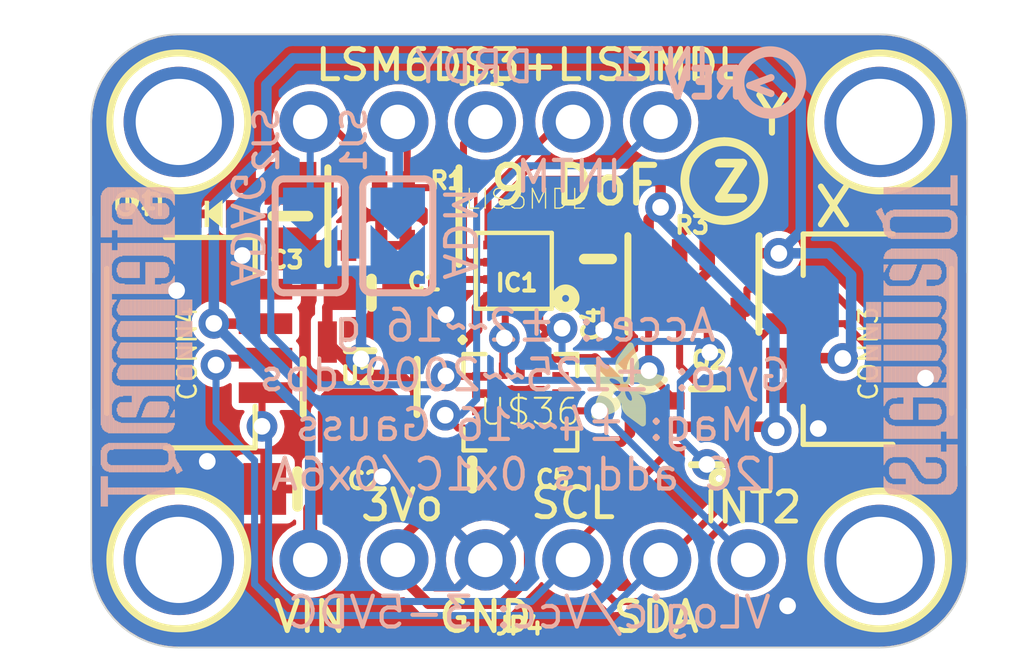
<source format=kicad_pcb>
(kicad_pcb (version 20211014) (generator pcbnew)
  (layers (0 "F.Cu" signal) (31 "B.Cu" signal) (34 "B.Paste" user) (35 "F.Paste" user) (36 "B.SilkS" user "B.Silkscreen") (37 "F.SilkS" user "F.Silkscreen") (38 "B.Mask" user) (39 "F.Mask" user) (44 "Edge.Cuts" user))
  (net 0 "")
  (net 1 "GND")
  (net 2 "3.3V")
  (net 3 "VCC")
  (net 4 "N$1")
  (net 5 "SDA_3V")
  (net 6 "SCL_3V")
  (net 7 "SCL")
  (net 8 "SDA")
  (net 9 "INTM")
  (net 10 "DRDY")
  (net 11 "CAP")
  (net 12 "INT1")
  (net 13 "ADM")
  (net 14 "ADAG")
  (net 15 "INT2")
  (footprint "eagleBoard:0603-NO" (layer "F.Cu") (at 146.8501 108.8771)
    (fp_text reference "C5")
    (fp_text value "1uF")
  )
  (footprint "eagleBoard:MOUNTINGHOLE_2.5_PLATED" (layer "F.Cu") (at 138.3411 111.3536)
    (fp_text reference "U$19" hide)
    (fp_text value "MOUNTINGHOLE2.5" hide)
  )
  (footprint "eagleBoard:MOUNTINGHOLE_2.5_PLATED" (layer "F.Cu") (at 138.3411 98.6536)
    (fp_text reference "U$1" hide)
    (fp_text value "MOUNTINGHOLE2.5" hide)
  )
  (footprint "eagleBoard:LGA-14L" (layer "F.Cu") (at 148.2471 106.7816)
    (fp_text reference "U$36")
    (fp_text value "LSM6DS3")
  )
  (footprint "eagleBoard:MOUNTINGHOLE_2.5_PLATED" (layer "F.Cu") (at 158.6611 98.6536)
    (fp_text reference "U$17" hide)
    (fp_text value "MOUNTINGHOLE2.5" hide)
  )
  (footprint "eagleBoard:RESPACK_4X0603" (layer "F.Cu") (at 153.2636 103.3526 180)
    (fp_text reference "R3")
    (fp_text value "10K")
  )
  (footprint "eagleBoard:0603-NO" (layer "F.Cu") (at 150.495 102.6287 -90)
    (fp_text reference "C4")
    (fp_text value "0.1uF")
  )
  (footprint "eagleBoard:LGA12_2X2MM" (layer "F.Cu") (at 148.0566 102.9716 180)
    (fp_text reference "IC1")
    (fp_text value "LIS3MDL")
  )
  (footprint "eagleBoard:0805-NO" (layer "F.Cu") (at 141.7828 109.2962 180)
    (fp_text reference "C2")
    (fp_text value "10uF")
  )
  (footprint "eagleBoard:MOUNTINGHOLE_2.5_PLATED" (layer "F.Cu") (at 158.6611 111.3536)
    (fp_text reference "U$21" hide)
    (fp_text value "MOUNTINGHOLE2.5" hide)
  )
  (footprint "eagleBoard:CHIPLED_0603_NOOUTLINE" (layer "F.Cu") (at 139.3571 101.3206 90)
    (fp_text reference "D1")
    (fp_text value "GREEN")
  )
  (footprint "eagleBoard:JST_SH4" (layer "F.Cu") (at 158.6611 105.0036 90)
    (fp_text reference "CONN3")
    (fp_text value "STEMMA_I2C_QT" hide)
  )
  (footprint "eagleBoard:1X05_ROUND_70" (layer "F.Cu") (at 147.2311 98.6536)
    (fp_text reference "JP1")
    (fp_text value "")
  )
  (footprint "eagleBoard:SOT23-5" (layer "F.Cu") (at 143.5989 106.3371)
    (fp_text reference "U2")
    (fp_text value "AP2112K-3.3")
  )
  (footprint "eagleBoard:ADAFRUIT_2.5MM" (layer "F.Cu") (at 150.0886 107.4801)
    (fp_text reference "U$20" hide)
    (fp_text value "" hide)
  )
  (footprint "eagleBoard:SOT363" (layer "F.Cu") (at 153.6573 107.4928 90)
    (fp_text reference "Q2")
    (fp_text value "BSS138")
  )
  (footprint "eagleBoard:0603-NO" (layer "F.Cu") (at 143.9291 103.6066)
    (fp_text reference "C1")
    (fp_text value "0.1uF")
  )
  (footprint "eagleBoard:JST_SH4" (layer "F.Cu") (at 138.3411 105.0036 -90)
    (fp_text reference "CONN4")
    (fp_text value "STEMMA_I2C_QT" hide)
  )
  (footprint "eagleBoard:FIDUCIAL_1MM" (layer "F.Cu") (at 160.0581 104.013)
    (fp_text reference "FID4" hide)
    (fp_text value "FIDUCIAL_1MM" hide)
  )
  (footprint "eagleBoard:RESPACK_4X0603" (layer "F.Cu") (at 144.5641 101.3841)
    (fp_text reference "R1")
    (fp_text value "10K")
  )
  (footprint "eagleBoard:FIDUCIAL_1MM" (layer "F.Cu") (at 137.4521 105.0036)
    (fp_text reference "FID3" hide)
    (fp_text value "FIDUCIAL_1MM" hide)
  )
  (footprint "eagleBoard:1X06_ROUND_70" (layer "F.Cu") (at 148.5011 111.3536)
    (fp_text reference "JP4")
    (fp_text value "")
  )
  (footprint "eagleBoard:0805-NO" (layer "F.Cu") (at 141.5796 101.3841 90)
    (fp_text reference "C3")
    (fp_text value "10uF")
  )
  (footprint "eagleBoard:SOLDERJUMPER_ARROW_NOPASTE" (layer "B.Cu") (at 142.1511 101.9556 -90)
    (fp_text reference "SJ2")
    (fp_text value "")
  )
  (footprint "eagleBoard:SOLDERJUMPER_ARROW_NOPASTE" (layer "B.Cu") (at 144.6911 101.9556 -90)
    (fp_text reference "SJ1")
    (fp_text value "")
  )
  (footprint "eagleBoard:STEMMAQT" (layer "B.Cu") (at 158.2801 109.4486 90)
    (fp_text reference "U$30" hide)
    (fp_text value "" hide)
  )
  (footprint "eagleBoard:PCBFEAT-REV-040" (layer "B.Cu") (at 155.4861 97.5106 180)
    (fp_text reference "U$25" hide)
    (fp_text value "" hide)
  )
  (footprint "eagleBoard:STEMMAQT" (layer "B.Cu") (at 138.7221 100.5586 -90)
    (fp_text reference "U$31" hide)
    (fp_text value "" hide)
  )
  (gr_arc (start 154.1566 101.5121) (mid 153.348377 101.177323) (end 153.0136 100.3691) (layer "F.SilkS") (width 0.254))
  (gr_arc (start 155.2996 100.3691) (mid 154.964823 101.177323) (end 154.1566 101.5121) (layer "F.SilkS") (width 0.254))
  (gr_arc (start 153.0136 100.3691) (mid 153.348377 99.560877) (end 154.1566 99.2261) (layer "F.SilkS") (width 0.254))
  (gr_arc (start 154.1566 99.2261) (mid 154.970688 99.555014) (end 155.2996 100.369102) (layer "F.SilkS") (width 0.254))
  (gr_arc (start 138.3411 113.8936) (mid 136.545049 113.149651) (end 135.8011 111.3536) (layer "Edge.Cuts") (width 0.05))
  (gr_line (start 135.8011 98.6536) (end 135.8011 111.3536) (layer "Edge.Cuts") (width 0.05))
  (gr_line (start 161.2011 111.3536) (end 161.2011 98.6536) (layer "Edge.Cuts") (width 0.05))
  (gr_arc (start 158.6611 96.1136) (mid 160.457151 96.857549) (end 161.2011 98.6536) (layer "Edge.Cuts") (width 0.05))
  (gr_line (start 138.3411 113.8936) (end 158.6611 113.8936) (layer "Edge.Cuts") (width 0.05))
  (gr_arc (start 135.8011 98.6536) (mid 136.545049 96.857549) (end 138.3411 96.1136) (layer "Edge.Cuts") (width 0.05))
  (gr_line (start 158.6611 96.1136) (end 138.3411 96.1136) (layer "Edge.Cuts") (width 0.05))
  (gr_arc (start 161.2011 111.3536) (mid 160.457151 113.149651) (end 158.6611 113.8936) (layer "Edge.Cuts") (width 0.05))
  (gr_text "INTM" (at 149.6441 100.2411) (layer "B.SilkS") (effects (font (size 0.89408 0.89408) (thickness 0.12192)) (justify mirror)))
  (gr_text "ADM" (at 146.4691 101.8921 -90) (layer "B.SilkS") (effects (font (size 0.89408 0.89408) (thickness 0.12192)) (justify mirror)))
  (gr_text "Accel: ±2~~16 g\nGyro: ±125~~2000 dps\nMag: ±4~~16 Gauss\nI2C addrs 0x1C/0x6A" (at 148.3741 106.7181) (layer "B.SilkS") (effects (font (size 0.89408 0.89408) (thickness 0.12192)) (justify mirror)))
  (gr_text "ADAG" (at 140.3096 101.7651 -90) (layer "B.SilkS") (effects (font (size 0.89408 0.89408) (thickness 0.12192)) (justify mirror)))
  (gr_text "INT1" (at 152.3111 97.0026) (layer "B.SilkS") (effects (font (size 0.87376 0.87376) (thickness 0.14224)) (justify mirror)))
  (gr_text "DRDY" (at 146.9136 97.0661) (layer "B.SilkS") (effects (font (size 0.89408 0.89408) (thickness 0.12192)) (justify mirror)))
  (gr_text "VLogic/Vcc: 3-5VDC" (at 148.5011 112.8776) (layer "B.SilkS") (effects (font (size 0.89408 0.89408) (thickness 0.12192)) (justify mirror)))
  (gr_text "X" (at 156.6886 101.7641) (layer "F.SilkS") (effects (font (size 1.0922 1.0922) (thickness 0.1778)) (justify left bottom)))
  (gr_text "Z" (at 153.7041 101.0021) (layer "F.SilkS") (effects (font (size 1.016 1.016) (thickness 0.254)) (justify left bottom)))
  (gr_text "LSM6DS3+LIS3MDL" (at 148.5011 97.0026) (layer "F.SilkS") (effects (font (size 0.87376 0.87376) (thickness 0.14224))))
  (gr_text "Y" (at 156.1251 97.8291) (layer "F.SilkS") (effects (font (size 1.0922 1.0922) (thickness 0.1778)) (justify right top)))
  (gr_text "SCL" (at 149.7711 109.7026) (layer "F.SilkS") (effects (font (size 0.87376 0.87376) (thickness 0.14224))))
  (gr_text "GND" (at 147.2311 113.0046) (layer "F.SilkS") (effects (font (size 0.87376 0.87376) (thickness 0.14224))))
  (gr_text "INT2" (at 154.9781 109.8296) (layer "F.SilkS") (effects (font (size 0.87376 0.87376) (thickness 0.14224))))
  (gr_text "9 DoF" (at 149.8346 100.4951) (layer "F.SilkS") (effects (font (size 1.0922 1.0922) (thickness 0.1778))))
  (gr_text "on" (at 136.3091 101.4476) (layer "F.SilkS") (effects (font (size 0.89408 0.89408) (thickness 0.12192)) (justify left bottom)))
  (gr_text "3Vo" (at 144.8181 109.7661) (layer "F.SilkS") (effects (font (size 0.87376 0.87376) (thickness 0.14224))))
  (gr_text "SDA" (at 152.1841 113.0046) (layer "F.SilkS") (effects (font (size 0.87376 0.87376) (thickness 0.14224))))
  (gr_text "VIN" (at 142.1511 113.0046) (layer "F.SilkS") (effects (font (size 0.87376 0.87376) (thickness 0.14224))))
  (segment (start 138.6071 101.3206) (end 139.1057 100.822) (width 0.3048) (layer "F.Cu") (net 1))
  (segment (start 139.1057 100.822) (end 139.239281 100.822) (width 0.3048) (layer "F.Cu") (net 1))
  (segment (start 143.5989 107.6372) (end 143.5989 108.2414) (width 0.2032) (layer "F.Cu") (net 1))
  (segment (start 143.6576 108.9406) (end 144.2466 108.9406) (width 0.2032) (layer "F.Cu") (net 1))
  (segment (start 139.239281 100.822) (end 139.627181 100.4341) (width 0.3048) (layer "F.Cu") (net 1))
  (segment (start 144.9641 103.6066) (end 144.7791 103.6066) (width 0.2032) (layer "F.Cu") (net 1))
  (segment (start 144.9641 102.2341) (end 144.9641 103.6066) (width 0.2032) (layer "F.Cu") (net 1))
  (segment (start 139.627181 100.4341) (end 141.5796 100.4341) (width 0.3048) (layer "F.Cu") (net 1))
  (segment (start 143.5989 108.2414) (end 143.6576 108.2414) (width 0.2032) (layer "F.Cu") (net 1))
  (segment (start 143.6576 108.2414) (end 143.6576 108.9406) (width 0.2032) (layer "F.Cu") (net 1))
  (via (at 155.9941 112.6871) (size 0.889) (drill 0.4826) (layers "F.Cu" "B.Cu") (net 1))
  (via (at 139.1666 108.4961) (size 0.889) (drill 0.4826) (layers "F.Cu" "B.Cu") (net 1))
  (via (at 140.1826 102.5271) (size 0.889) (drill 0.4826) (layers "F.Cu" "B.Cu") (net 1))
  (via (at 150.6601 104.6861) (size 0.889) (drill 0.4826) (layers "F.Cu" "B.Cu") (net 1))
  (via (at 144.2466 108.9406) (size 0.889) (drill 0.4826) (layers "F.Cu" "B.Cu") (net 1))
  (via (at 156.8831 107.5436) (size 0.889) (drill 0.4826) (layers "F.Cu" "B.Cu") (net 1))
  (via (at 146.0881 104.2416) (size 0.889) (drill 0.4826) (layers "F.Cu" "B.Cu") (net 1))
  (via (at 138.2776 103.5431) (size 0.889) (drill 0.4826) (layers "F.Cu" "B.Cu") (net 1))
  (via (at 159.9946 106.0831) (size 0.889) (drill 0.4826) (layers "F.Cu" "B.Cu") (net 1))
  (segment (start 151.9636 101.4776) (end 151.9636 102.5026) (width 0.3048) (layer "F.Cu") (net 2))
  (segment (start 153.6636 103.0161) (end 153.6636 102.5026) (width 0.3048) (layer "F.Cu") (net 2))
  (segment (start 145.234 108.0215) (end 147.7471 108.0215) (width 0.3048) (layer "F.Cu") (net 2))
  (segment (start 141.5796 102.3341) (end 141.4796 102.2341) (width 0.3048) (layer "F.Cu") (net 2))
  (segment (start 150.4061 105.5116) (end 151.4221 106.5276) (width 0.3048) (layer "F.Cu") (net 2))
  (segment (start 146.9891 104.0391) (end 146.9891 104.6741) (width 0.3048) (layer "F.Cu") (net 2))
  (segment (start 151.626512 106.7435) (end 152.375812 107.4928) (width 0.3048) (layer "F.Cu") (net 2))
  (segment (start 145.234 108.8136) (end 145.234 108.0215) (width 0.3048) (layer "F.Cu") (net 2))
  (segment (start 150.2791 107.9246) (end 150.2791 108.6866) (width 0.3048) (layer "F.Cu") (net 2))
  (segment (start 151.9636 102.5026) (end 151.9636 103.0051) (width 0.3048) (layer "F.Cu") (net 2))
  (segment (start 148.3066 102.2216) (end 147.8066 102.2216) (width 0.3048) (layer "F.Cu") (net 2))
  (segment (start 143.6262 105.5243) (end 143.6262 105.9709) (width 0.3048) (layer "F.Cu") (net 2))
  (segment (start 143.2641 102.2341) (end 142.7226 102.2341) (width 0.3048) (layer "F.Cu") (net 2))
  (segment (start 148.7471 105.8691) (end 148.7471 105.785182) (width 0.254) (layer "F.Cu") (net 2))
  (segment (start 142.7226 102.2341) (end 142.7226 103.2501) (width 0.3048) (layer "F.Cu") (net 2))
  (segment (start 152.7573 107.4928) (end 154.5573 107.4928) (width 0.3048) (layer "F.Cu") (net 2))
  (segment (start 145.234 110.3027) (end 145.234 108.8136) (width 0.3048) (layer "F.Cu") (net 2))
  (segment (start 145.1991 105.7529) (end 145.1991 106.4371) (width 0.3048) (layer "F.Cu") (net 2))
  (segment (start 148.5011 111.843732) (end 147.721231 112.6236) (width 0.3048) (layer "F.Cu") (net 2))
  (segment (start 142.6489 104.0368) (end 143.0791 103.6066) (width 0.3048) (layer "F.Cu") (net 2))
  (segment (start 145.1991 110.3376) (end 144.6911 110.8456) (width 0.3048) (layer "F.Cu") (net 2))
  (segment (start 142.7226 103.2501) (end 143.0791 103.6066) (width 0.3048) (layer "F.Cu") (net 2))
  (segment (start 148.7471 105.785182) (end 149.020681 105.5116) (width 0.254) (layer "F.Cu") (net 2))
  (segment (start 145.8334 105.1186) (end 145.1991 105.7529) (width 0.3048) (layer "F.Cu") (net 2))
  (segment (start 153.3271 103.3526) (end 153.6636 103.0161) (width 0.3048) (layer "F.Cu") (net 2))
  (segment (start 152.3111 101.1301) (end 151.9636 101.4776) (width 0.3048) (layer "F.Cu") (net 2))
  (segment (start 152.3111 101.1301) (end 152.3111 100.3681) (width 0.3048) (layer "F.Cu") (net 2))
  (segment (start 144.7546 105.9926) (end 145.1991 106.4371) (width 0.3048) (layer "F.Cu") (net 2))
  (segment (start 145.1991 106.4371) (end 145.1991 110.3376) (width 0.3048) (layer "F.Cu") (net 2))
  (segment (start 148.5011 110.4646) (end 148.5011 111.843732) (width 0.3048) (layer "F.Cu") (net 2))
  (segment (start 149.4096 107.5316) (end 149.8861 107.5316) (width 0.3048) (layer "F.Cu") (net 2))
  (segment (start 152.3111 103.3526) (end 153.3271 103.3526) (width 0.3048) (layer "F.Cu") (net 2))
  (segment (start 151.1681 107.9246) (end 151.4221 107.6706) (width 0.3048) (layer "F.Cu") (net 2))
  (segment (start 151.4221 106.5276) (end 151.626512 106.732013) (width 0.3048) (layer "F.Cu") (net 2))
  (segment (start 148.3066 102.2216) (end 148.3066 100.8166) (width 0.3048) (layer "F.Cu") (net 2))
  (segment (start 142.6489 105.037) (end 143.6045 105.9926) (width 0.3048) (layer "F.Cu") (net 2))
  (segment (start 147.721231 112.6236) (end 145.5801 112.6236) (width 0.3048) (layer "F.Cu") (net 2))
  (segment (start 145.1991 110.3376) (end 145.234 110.3027) (width 0.3048) (layer "F.Cu") (net 2))
  (segment (start 144.6911 111.7346) (end 144.6911 111.3536) (width 0.3048) (layer "F.Cu") (net 2))
  (segment (start 142.7226 102.2341) (end 141.4796 102.2341) (width 0.3048) (layer "F.Cu") (net 2))
  (segment (start 145.2975 108.8771) (end 145.234 108.8136) (width 0.3048) (layer "F.Cu") (net 2))
  (segment (start 148.7551 100.3681) (end 148.3066 100.8166) (width 0.3048) (layer "F.Cu") (net 2))
  (segment (start 145.5801 112.6236) (end 144.6911 111.7346) (width 0.3048) (layer "F.Cu") (net 2))
  (segment (start 147.7471 107.6941) (end 147.7471 108.0215) (width 0.3048) (layer "F.Cu") (net 2))
  (segment (start 155.5496 107.4928) (end 155.6639 107.6071) (width 0.3048) (layer "F.Cu") (net 2))
  (segment (start 146.9891 104.6741) (end 146.5446 105.1186) (width 0.3048) (layer "F.Cu") (net 2))
  (segment (start 154.5573 107.4928) (end 155.5496 107.4928) (width 0.3048) (layer "F.Cu") (net 2))
  (segment (start 146.5446 105.1186) (end 145.8334 105.1186) (width 0.3048) (layer "F.Cu") (net 2))
  (segment (start 149.020681 105.5116) (end 150.4061 105.5116) (width 0.254) (layer "F.Cu") (net 2))
  (segment (start 149.8861 107.5316) (end 150.2791 107.9246) (width 0.3048) (layer "F.Cu") (net 2))
  (segment (start 142.6489 105.037) (end 142.6489 104.0368) (width 0.3048) (layer "F.Cu") (net 2))
  (segment (start 152.7573 107.4928) (end 152.375812 107.4928) (width 0.3048) (layer "F.Cu") (net 2))
  (segment (start 151.9636 103.0051) (end 152.3111 103.3526) (width 0.3048) (layer "F.Cu") (net 2))
  (segment (start 143.6262 105.9709) (end 143.6045 105.9926) (width 0.3048) (layer "F.Cu") (net 2))
  (segment (start 147.3066 103.7216) (end 146.9891 104.0391) (width 0.3048) (layer "F.Cu") (net 2))
  (segment (start 151.626512 106.732013) (end 151.626512 106.7435) (width 0.3048) (layer "F.Cu") (net 2))
  (segment (start 143.6045 105.9926) (end 144.7546 105.9926) (width 0.3048) (layer "F.Cu") (net 2))
  (segment (start 144.6911 110.8456) (end 144.6911 111.3536) (width 0.3048) (layer "F.Cu") (net 2))
  (segment (start 152.3111 100.3681) (end 148.7551 100.3681) (width 0.3048) (layer "F.Cu") (net 2))
  (segment (start 146.0001 108.8771) (end 145.2975 108.8771) (width 0.3048) (layer "F.Cu") (net 2))
  (segment (start 151.4221 107.6706) (end 151.4221 106.5276) (width 0.3048) (layer "F.Cu") (net 2))
  (segment (start 150.2791 108.6866) (end 148.5011 110.4646) (width 0.3048) (layer "F.Cu") (net 2))
  (segment (start 151.1681 107.9246) (end 150.2791 107.9246) (width 0.3048) (layer "F.Cu") (net 2))
  (via (at 152.3111 101.1301) (size 0.889) (drill 0.4826) (layers "F.Cu" "B.Cu") (net 2))
  (via (at 155.6639 107.6071) (size 0.889) (drill 0.4826) (layers "F.Cu" "B.Cu") (net 2))
  (via (at 143.6262 105.5243) (size 0.889) (drill 0.4826) (layers "F.Cu" "B.Cu") (net 2))
  (segment (start 143.4211 102.9716) (end 143.6262 103.1767) (width 0.3048) (layer "B.Cu") (net 2))
  (segment (start 143.4211 102.9716) (end 144.6911 102.9716) (width 0.3048) (layer "B.Cu") (net 2))
  (segment (start 142.1511 102.9716) (end 143.4211 102.9716) (width 0.3048) (layer "B.Cu") (net 2))
  (segment (start 155.6131 107.5563) (end 155.6131 104.7496) (width 0.3048) (layer "B.Cu") (net 2))
  (segment (start 155.6639 107.6071) (end 155.6131 107.5563) (width 0.3048) (layer "B.Cu") (net 2))
  (segment (start 155.6131 104.7496) (end 152.3111 101.4476) (width 0.3048) (layer "B.Cu") (net 2))
  (segment (start 152.3111 101.4476) (end 152.3111 101.1301) (width 0.3048) (layer "B.Cu") (net 2))
  (segment (start 143.6262 103.1767) (end 143.6262 105.5243) (width 0.3048) (layer "B.Cu") (net 2))
  (segment (start 152.8636 101.911104) (end 152.8636 102.5026) (width 0.3048) (layer "F.Cu") (net 3))
  (segment (start 153.2636 101.5111) (end 152.8636 101.911104) (width 0.3048) (layer "F.Cu") (net 3))
  (segment (start 156.1471 105.5036) (end 157.5863 105.5036) (width 0.3048) (layer "F.Cu") (net 3))
  (segment (start 140.8551 104.5036) (end 139.3651 104.5036) (width 0.3048) (layer "F.Cu") (net 3))
  (segment (start 142.7328 107.7211) (end 142.7328 109.2962) (width 0.4064) (layer "F.Cu") (net 3))
  (segment (start 153.2636 101.5111) (end 154.3431 101.5111) (width 0.3048) (layer "F.Cu") (net 3))
  (segment (start 154.5636 101.7316) (end 154.5636 102.5026) (width 0.3048) (layer "F.Cu") (net 3))
  (segment (start 144.4371 106.5911) (end 142.7226 106.5911) (width 0.4064) (layer "F.Cu") (net 3))
  (segment (start 144.5489 107.6372) (end 144.5489 106.7029) (width 0.4064) (layer "F.Cu") (net 3))
  (segment (start 154.6026 102.4636) (end 155.7401 102.4636) (width 0.3048) (layer "F.Cu") (net 3))
  (segment (start 154.5636 102.5026) (end 154.6026 102.4636) (width 0.3048) (layer "F.Cu") (net 3))
  (segment (start 144.5489 106.7029) (end 144.4371 106.5911) (width 0.4064) (layer "F.Cu") (net 3))
  (segment (start 142.1511 109.8779) (end 142.7328 109.2962) (width 0.4064) (layer "F.Cu") (net 3))
  (segment (start 157.5863 105.5036) (end 157.5943 105.5116) (width 0.3048) (layer "F.Cu") (net 3))
  (segment (start 142.6489 107.6372) (end 142.7328 107.7211) (width 0.4064) (layer "F.Cu") (net 3))
  (segment (start 154.3431 101.5111) (end 154.5636 101.7316) (width 0.3048) (layer "F.Cu") (net 3))
  (segment (start 139.3651 104.5036) (end 139.3571 104.4956) (width 0.3048) (layer "F.Cu") (net 3))
  (segment (start 142.1511 111.3536) (end 142.1511 109.8779) (width 0.4064) (layer "F.Cu") (net 3))
  (segment (start 142.7226 106.5911) (end 142.6489 106.6648) (width 0.4064) (layer "F.Cu") (net 3))
  (segment (start 142.6489 106.6648) (end 142.6489 107.6372) (width 0.4064) (layer "F.Cu") (net 3))
  (via (at 155.7401 102.4636) (size 0.889) (drill 0.4826) (layers "F.Cu" "B.Cu") (net 3))
  (via (at 157.5943 105.5116) (size 0.889) (drill 0.4826) (layers "F.Cu" "B.Cu") (net 3))
  (via (at 139.3571 104.4956) (size 0.889) (drill 0.4826) (layers "F.Cu" "B.Cu") (net 3))
  (segment (start 157.2006 102.4636) (end 157.8356 103.0986) (width 0.3048) (layer "B.Cu") (net 3))
  (segment (start 155.1051 96.8121) (end 156.3751 98.0821) (width 0.3048) (layer "B.Cu") (net 3))
  (segment (start 157.8356 105.5116) (end 157.8356 103.0986) (width 0.3048) (layer "B.Cu") (net 3))
  (segment (start 156.3751 98.0821) (end 156.3751 101.8286) (width 0.3048) (layer "B.Cu") (net 3))
  (segment (start 139.3571 104.4956) (end 142.1511 107.2896) (width 0.3048) (layer "B.Cu") (net 3))
  (segment (start 142.1511 107.2896) (end 142.1511 111.3536) (width 0.3048) (layer "B.Cu") (net 3))
  (segment (start 141.6431 96.8121) (end 155.1051 96.8121) (width 0.3048) (layer "B.Cu") (net 3))
  (segment (start 140.8811 99.5426) (end 140.8811 97.5741) (width 0.3048) (layer "B.Cu") (net 3))
  (segment (start 156.3751 101.8286) (end 155.7401 102.4636) (width 0.3048) (layer "B.Cu") (net 3))
  (segment (start 139.3571 104.4956) (end 139.3571 101.0666) (width 0.3048) (layer "B.Cu") (net 3))
  (segment (start 157.5943 105.5116) (end 157.8356 105.5116) (width 0.3048) (layer "B.Cu") (net 3))
  (segment (start 140.8811 99.5426) (end 139.3571 101.0666) (width 0.3048) (layer "B.Cu") (net 3))
  (segment (start 155.7401 102.4636) (end 157.2006 102.4636) (width 0.3048) (layer "B.Cu") (net 3))
  (segment (start 140.8811 97.5741) (end 141.6431 96.8121) (width 0.3048) (layer "B.Cu") (net 3))
  (segment (start 143.2641 100.7246) (end 142.5794 101.4093) (width 0.2032) (layer "F.Cu") (net 4))
  (segment (start 140.1071 101.3206) (end 140.1958 101.4093) (width 0.2032) (layer "F.Cu") (net 4))
  (segment (start 143.2641 100.7246) (end 143.2641 100.5341) (width 0.2032) (layer "F.Cu") (net 4))
  (segment (start 142.5794 101.4093) (end 140.1958 101.4093) (width 0.2032) (layer "F.Cu") (net 4))
  (segment (start 151.9636 104.2026) (end 151.9636 105.854694) (width 0.2032) (layer "F.Cu") (net 5))
  (segment (start 148.1201 105.0036) (end 147.8066 105.3171) (width 0.2032) (layer "F.Cu") (net 5))
  (segment (start 152.7573 106.7428) (end 151.976106 105.961607) (width 0.2032) (layer "F.Cu") (net 5))
  (segment (start 147.7391 105.3846) (end 147.7391 105.8611) (width 0.2032) (layer "F.Cu") (net 5))
  (segment (start 148.1201 105.0036) (end 148.034762 104.918263) (width 0.2032) (layer "F.Cu") (net 5))
  (segment (start 147.8066 105.3171) (end 147.7391 105.3846) (width 0.2032) (layer "F.Cu") (net 5))
  (segment (start 151.976106 105.8672) (end 151.9636 105.854694) (width 0.2032) (layer "F.Cu") (net 5))
  (segment (start 148.034762 104.918263) (end 147.780762 104.918263) (width 0.2032) (layer "F.Cu") (net 5))
  (segment (start 147.8066 103.7216) (end 147.8066 105.3171) (width 0.2032) (layer "F.Cu") (net 5))
  (segment (start 147.7391 105.8611) (end 147.7471 105.8691) (width 0.2032) (layer "F.Cu") (net 5))
  (segment (start 151.976106 105.8672) (end 151.976106 105.961607) (width 0.2032) (layer "F.Cu") (net 5))
  (via (at 147.780762 104.918263) (size 0.889) (drill 0.4826) (layers "F.Cu" "B.Cu") (net 5))
  (via (at 151.976106 105.8672) (size 0.889) (drill 0.4826) (layers "F.Cu" "B.Cu") (net 5))
  (segment (start 151.976106 106.1466) (end 151.976106 105.8672) (width 0.2032) (layer "B.Cu") (net 5))
  (segment (start 148.1201 106.1466) (end 151.976106 106.1466) (width 0.2032) (layer "B.Cu") (net 5))
  (segment (start 147.780762 105.807263) (end 148.1201 106.1466) (width 0.2032) (layer "B.Cu") (net 5))
  (segment (start 147.780762 104.918263) (end 147.780762 105.807263) (width 0.2032) (layer "B.Cu") (net 5))
  (segment (start 153.6636 104.2026) (end 153.6636 105.2608) (width 0.2032) (layer "F.Cu") (net 6))
  (segment (start 148.2471 105.5116) (end 148.2471 105.8691) (width 0.2032) (layer "F.Cu") (net 6))
  (segment (start 149.3513 104.7376) (end 149.4536 104.6353) (width 0.2032) (layer "F.Cu") (net 6))
  (segment (start 149.0211 104.7376) (end 148.2471 105.5116) (width 0.2032) (layer "F.Cu") (net 6))
  (segment (start 148.8066 104.5231) (end 149.0211 104.7376) (width 0.2032) (layer "F.Cu") (net 6))
  (segment (start 154.2151 108.585) (end 153.655 108.585) (width 0.2032) (layer "F.Cu") (net 6))
  (segment (start 148.8066 103.7216) (end 148.8066 104.5231) (width 0.2032) (layer "F.Cu") (net 6))
  (segment (start 154.5573 108.2428) (end 154.2151 108.585) (width 0.2032) (layer "F.Cu") (net 6))
  (segment (start 153.7399 105.3371) (end 153.6636 105.2608) (width 0.2032) (layer "F.Cu") (net 6))
  (segment (start 149.3513 104.7376) (end 149.0211 104.7376) (width 0.2032) (layer "F.Cu") (net 6))
  (via (at 153.655 108.585) (size 0.889) (drill 0.4826) (layers "F.Cu" "B.Cu") (net 6))
  (via (at 153.7399 105.3371) (size 0.889) (drill 0.4826) (layers "F.Cu" "B.Cu") (net 6))
  (via (at 149.4536 104.6353) (size 0.889) (drill 0.4826) (layers "F.Cu" "B.Cu") (net 6))
  (segment (start 149.4536 105.3973) (end 149.4536 104.6353) (width 0.2032) (layer "B.Cu") (net 6))
  (segment (start 151.0094 105.5911) (end 149.6474 105.5911) (width 0.2032) (layer "B.Cu") (net 6))
  (segment (start 153.7399 105.3371) (end 153.4224 105.0196) (width 0.2032) (layer "B.Cu") (net 6))
  (segment (start 152.8826 107.8126) (end 152.8826 106.1944) (width 0.2032) (layer "B.Cu") (net 6))
  (segment (start 153.655 108.585) (end 152.8826 107.8126) (width 0.2032) (layer "B.Cu") (net 6))
  (segment (start 151.5809 105.0196) (end 151.0094 105.5911) (width 0.2032) (layer "B.Cu") (net 6))
  (segment (start 153.4224 105.0196) (end 151.5809 105.0196) (width 0.2032) (layer "B.Cu") (net 6))
  (segment (start 149.6474 105.5911) (end 149.4536 105.3973) (width 0.2032) (layer "B.Cu") (net 6))
  (segment (start 152.8826 106.1944) (end 153.7399 105.3371) (width 0.2032) (layer "B.Cu") (net 6))
  (segment (start 140.7541 106.6046) (end 140.7541 107.4801) (width 0.2032) (layer "F.Cu") (net 7))
  (segment (start 158.75 105.025763) (end 158.75 107.394438) (width 0.2032) (layer "F.Cu") (net 7))
  (segment (start 154.8136 103.5036) (end 154.8136 104.2026) (width 0.2032) (layer "F.Cu") (net 7))
  (segment (start 153.5811 111.82705) (end 152.84805 112.5601) (width 0.2032) (layer "F.Cu") (net 7))
  (segment (start 152.5009 108.2428) (end 149.7711 110.9726) (width 0.2032) (layer "F.Cu") (net 7))
  (segment (start 154.5636 104.2026) (end 154.8136 104.2026) (width 0.2032) (layer "F.Cu") (net 7))
  (segment (start 149.7711 111.3536) (end 149.7711 110.9726) (width 0.2032) (layer "F.Cu") (net 7))
  (segment (start 152.7573 108.2428) (end 152.5009 108.2428) (width 0.2032) (layer "F.Cu") (net 7))
  (segment (start 156.035437 110.109) (end 154.35225 110.109) (width 0.2032) (layer "F.Cu") (net 7))
  (segment (start 154.8136 103.5036) (end 156.1471 103.5036) (width 0.2032) (layer "F.Cu") (net 7))
  (segment (start 153.5811 110.88015) (end 153.5811 111.82705) (width 0.2032) (layer "F.Cu") (net 7))
  (segment (start 152.84805 112.5601) (end 150.9776 112.5601) (width 0.2032) (layer "F.Cu") (net 7))
  (segment (start 156.1471 103.5036) (end 157.227837 103.5036) (width 0.2032) (layer "F.Cu") (net 7))
  (segment (start 140.8551 106.5036) (end 140.7541 106.6046) (width 0.2032) (layer "F.Cu") (net 7))
  (segment (start 157.227837 103.5036) (end 158.75 105.025763) (width 0.2032) (layer "F.Cu") (net 7))
  (segment (start 150.9776 112.5601) (end 149.7711 111.3536) (width 0.2032) (layer "F.Cu") (net 7))
  (segment (start 158.75 107.394438) (end 156.035437 110.109) (width 0.2032) (layer "F.Cu") (net 7))
  (segment (start 154.35225 110.109) (end 153.5811 110.88015) (width 0.2032) (layer "F.Cu") (net 7))
  (via (at 140.7541 107.4801) (size 0.889) (drill 0.4826) (layers "F.Cu" "B.Cu") (net 7))
  (segment (start 148.5646 112.5601) (end 149.7711 111.3536) (width 0.2032) (layer "B.Cu") (net 7))
  (segment (start 141.61415 112.5601) (end 148.5646 112.5601) (width 0.2032) (layer "B.Cu") (net 7))
  (segment (start 140.9446 111.89055) (end 141.61415 112.5601) (width 0.2032) (layer "B.Cu") (net 7))
  (segment (start 140.9446 107.6706) (end 140.9446 111.89055) (width 0.2032) (layer "B.Cu") (net 7))
  (segment (start 140.7541 107.4801) (end 140.9446 107.6706) (width 0.2032) (layer "B.Cu") (net 7))
  (segment (start 153.87885 106.7428) (end 154.5573 106.7428) (width 0.2032) (layer "F.Cu") (net 8))
  (segment (start 155.0018 106.2983) (end 154.5573 106.7428) (width 0.2032) (layer "F.Cu") (net 8))
  (segment (start 158.3436 107.2261) (end 158.3436 105.1941) (width 0.2032) (layer "F.Cu") (net 8))
  (segment (start 154.1526 109.7026) (end 155.8671 109.7026) (width 0.2032) (layer "F.Cu") (net 8))
  (segment (start 157.6531 104.5036) (end 156.1471 104.5036) (width 0.2032) (layer "F.Cu") (net 8))
  (segment (start 152.8636 105.72755) (end 153.87885 106.7428) (width 0.2032) (layer "F.Cu") (net 8))
  (segment (start 155.8671 109.7026) (end 158.3436 107.2261) (width 0.2032) (layer "F.Cu") (net 8))
  (segment (start 155.0018 105.1069) (end 155.0018 106.2983) (width 0.2032) (layer "F.Cu") (net 8))
  (segment (start 158.3436 105.1941) (end 157.6531 104.5036) (width 0.2032) (layer "F.Cu") (net 8))
  (segment (start 152.3111 111.3536) (end 152.5016 111.3536) (width 0.2032) (layer "F.Cu") (net 8))
  (segment (start 156.1471 104.5036) (end 155.6051 104.5036) (width 0.2032) (layer "F.Cu") (net 8))
  (segment (start 154.1526 109.7026) (end 152.5016 111.3536) (width 0.2032) (layer "F.Cu") (net 8))
  (segment (start 139.6191 105.5036) (end 139.4206 105.7021) (width 0.2032) (layer "F.Cu") (net 8))
  (segment (start 155.6051 104.5036) (end 155.0018 105.1069) (width 0.2032) (layer "F.Cu") (net 8))
  (segment (start 152.8636 104.2026) (end 152.8636 105.72755) (width 0.2032) (layer "F.Cu") (net 8))
  (segment (start 140.8551 105.5036) (end 139.6191 105.5036) (width 0.2032) (layer "F.Cu") (net 8))
  (via (at 139.4206 105.7021) (size 0.889) (drill 0.4826) (layers "F.Cu" "B.Cu") (net 8))
  (segment (start 140.5382 108.4707) (end 140.5382 112.058888) (width 0.2032) (layer "B.Cu") (net 8))
  (segment (start 140.5382 112.058888) (end 141.445812 112.9665) (width 0.2032) (layer "B.Cu") (net 8))
  (segment (start 139.4206 107.3531) (end 140.5382 108.4707) (width 0.2032) (layer "B.Cu") (net 8))
  (segment (start 141.445812 112.9665) (end 150.6982 112.9665) (width 0.2032) (layer "B.Cu") (net 8))
  (segment (start 150.6982 112.9665) (end 152.3111 111.3536) (width 0.2032) (layer "B.Cu") (net 8))
  (segment (start 139.4206 105.7021) (end 139.4206 107.3531) (width 0.2032) (layer "B.Cu") (net 8))
  (segment (start 147.3066 100.7371) (end 149.3901 98.6536) (width 0.2032) (layer "F.Cu") (net 9))
  (segment (start 149.3901 98.6536) (end 149.7711 98.6536) (width 0.2032) (layer "F.Cu") (net 9))
  (segment (start 147.3066 102.2216) (end 147.3066 100.7371) (width 0.2032) (layer "F.Cu") (net 9))
  (segment (start 147.3066 102.7216) (end 146.7231 102.7216) (width 0.2032) (layer "F.Cu") (net 10))
  (segment (start 146.5961 99.2886) (end 147.2311 98.6536) (width 0.2032) (layer "F.Cu") (net 10))
  (segment (start 146.5961 102.5946) (end 146.5961 99.2886) (width 0.2032) (layer "F.Cu") (net 10))
  (segment (start 146.7231 102.7216) (end 146.5961 102.5946) (width 0.2032) (layer "F.Cu") (net 10))
  (segment (start 148.9075 101.7787) (end 148.8066 101.8796) (width 0.2032) (layer "F.Cu") (net 11))
  (segment (start 148.8066 102.2216) (end 148.8066 101.8796) (width 0.2032) (layer "F.Cu") (net 11))
  (segment (start 148.9075 101.7787) (end 150.495 101.7787) (width 0.2032) (layer "F.Cu") (net 11))
  (segment (start 147.0846 107.5316) (end 146.440512 107.5316) (width 0.2032) (layer "F.Cu") (net 12))
  (segment (start 146.440512 107.5316) (end 146.066812 107.1579) (width 0.2032) (layer "F.Cu") (net 12))
  (via (at 146.066812 107.1579) (size 0.889) (drill 0.4826) (layers "F.Cu" "B.Cu") (net 12))
  (segment (start 146.9771 106.692113) (end 146.511312 107.1579) (width 0.2032) (layer "B.Cu") (net 12))
  (segment (start 151.0411 99.9236) (end 152.3111 98.6536) (width 0.2032) (layer "B.Cu") (net 12))
  (segment (start 146.9771 106.692113) (end 146.9771 101.1936) (width 0.2032) (layer "B.Cu") (net 12))
  (segment (start 146.9771 101.1936) (end 148.2471 99.9236) (width 0.2032) (layer "B.Cu") (net 12))
  (segment (start 148.2471 99.9236) (end 151.0411 99.9236) (width 0.2032) (layer "B.Cu") (net 12))
  (segment (start 146.066812 107.1579) (end 146.511312 107.1579) (width 0.2032) (layer "B.Cu") (net 12))
  (segment (start 145.8396 100.5586) (end 144.9641 100.5586) (width 0.2032) (layer "F.Cu") (net 13))
  (segment (start 145.8641 102.2341) (end 145.8641 100.5341) (width 0.2032) (layer "F.Cu") (net 13))
  (segment (start 147.3066 103.2216) (end 146.0841 103.2216) (width 0.2032) (layer "F.Cu") (net 13))
  (segment (start 146.0841 103.2216) (end 145.8641 103.0016) (width 0.2032) (layer "F.Cu") (net 13))
  (segment (start 145.8641 100.5341) (end 145.8396 100.5586) (width 0.2032) (layer "F.Cu") (net 13))
  (segment (start 145.8641 103.0016) (end 145.8641 102.2341) (width 0.2032) (layer "F.Cu") (net 13))
  (segment (start 144.9641 100.5341) (end 144.9641 100.5586) (width 0.2032) (layer "F.Cu") (net 13))
  (segment (start 144.9641 100.5341) (end 144.9641 98.9266) (width 0.2032) (layer "F.Cu") (net 13))
  (segment (start 144.9641 98.9266) (end 144.6911 98.6536) (width 0.2032) (layer "F.Cu") (net 13))
  (segment (start 144.6911 100.9396) (end 144.6911 98.6536) (width 0.3048) (layer "B.Cu") (net 13))
  (segment (start 144.1641 100.5341) (end 144.1641 100.1586) (width 0.2032) (layer "F.Cu") (net 14))
  (segment (start 144.1641 100.1586) (end 142.6591 98.6536) (width 0.2032) (layer "F.Cu") (net 14))
  (segment (start 147.0846 106.0316) (end 146.1001 106.0316) (width 0.2032) (layer "F.Cu") (net 14))
  (segment (start 146.1001 106.0316) (end 146.0881 106.0196) (width 0.2032) (layer "F.Cu") (net 14))
  (segment (start 142.6591 98.6536) (end 142.1511 98.6536) (width 0.2032) (layer "F.Cu") (net 14))
  (via (at 146.0881 106.0196) (size 0.889) (drill 0.4826) (layers "F.Cu" "B.Cu") (net 14))
  (segment (start 142.1511 98.6536) (end 142.1511 100.8126) (width 0.2032) (layer "B.Cu") (net 14))
  (segment (start 145.8341 106.2736) (end 142.466637 106.2736) (width 0.2032) (layer "B.Cu") (net 14))
  (segment (start 142.1511 100.8126) (end 142.0241 100.9396) (width 0.2032) (layer "B.Cu") (net 14))
  (segment (start 146.0881 106.0196) (end 145.8341 106.2736) (width 0.2032) (layer "B.Cu") (net 14))
  (segment (start 142.466637 106.2736) (end 141.0081 104.815063) (width 0.2032) (layer "B.Cu") (net 14))
  (segment (start 141.0081 104.815063) (end 141.0081 101.1936) (width 0.2032) (layer "B.Cu") (net 14))
  (segment (start 141.2621 100.9396) (end 142.0241 100.9396) (width 0.2032) (layer "B.Cu") (net 14))
  (segment (start 142.0241 100.9396) (end 142.1511 100.9396) (width 0.2032) (layer "B.Cu") (net 14))
  (segment (start 141.0081 101.1936) (end 141.2621 100.9396) (width 0.2032) (layer "B.Cu") (net 14))
  (segment (start 149.4096 107.0316) (end 150.5291 107.0316) (width 0.2032) (layer "F.Cu") (net 15))
  (segment (start 150.5291 107.0316) (end 150.5331 107.0356) (width 0.2032) (layer "F.Cu") (net 15))
  (via (at 150.5331 107.0356) (size 0.889) (drill 0.4826) (layers "F.Cu" "B.Cu") (net 15))
  (segment (start 150.5331 107.0356) (end 154.8511 111.3536) (width 0.2032) (layer "B.Cu") (net 15))
  (zone (net 1) (net_name "GND") (layer "F.Cu") (priority 6) (connect_pads (clearance 0.000001)) (min_thickness 0.1016) (fill yes (thermal_gap 0.2532) (thermal_bridge_width 0.2532))
    (polygon (pts (xy 161.3027 113.9952) (xy 135.6995 113.9952) (xy 135.6995 96.012) (xy 161.3027 96.012)))
  )
  (zone (net 1) (net_name "GND") (layer "B.Cu") (priority 6) (connect_pads (clearance 0.000001)) (min_thickness 0.1016) (fill yes (thermal_gap 0.2532) (thermal_bridge_width 0.2532))
    (polygon (pts (xy 161.3027 113.9952) (xy 135.6995 113.9952) (xy 135.6995 96.012) (xy 161.3027 96.012)))
  )
)
</source>
